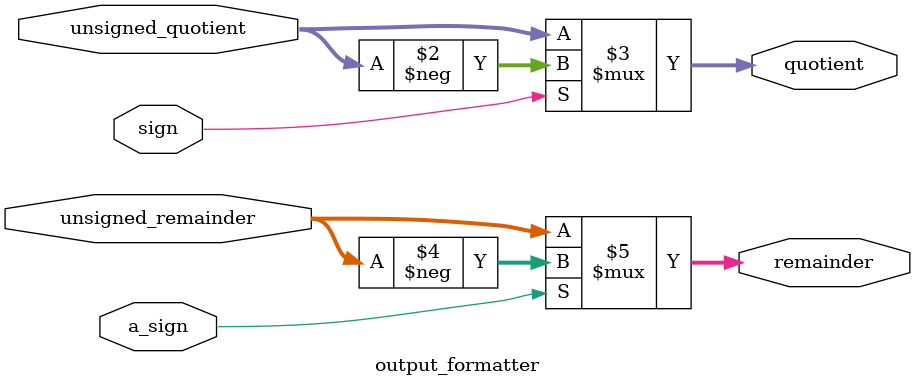
<source format=sv>
module signed_divider_4bit_negative (
    input signed [3:0] a,
    input signed [3:0] b,
    output signed [3:0] quotient,
    output signed [3:0] remainder
);

    // Internal signals
    wire signed [3:0] abs_dividend;
    wire signed [3:0] abs_divisor;
    wire sign;
    wire signed [3:0] unsigned_quotient;
    wire signed [3:0] unsigned_remainder;

    // Instantiate sign handler
    sign_handler sign_handler_inst (
        .a(a),
        .b(b),
        .abs_dividend(abs_dividend),
        .abs_divisor(abs_divisor),
        .sign(sign)
    );

    // Instantiate unsigned divider
    unsigned_divider_4bit unsigned_divider_inst (
        .dividend(abs_dividend),
        .divisor(abs_divisor),
        .quotient(unsigned_quotient),
        .remainder(unsigned_remainder)
    );

    // Instantiate output formatter
    output_formatter output_formatter_inst (
        .unsigned_quotient(unsigned_quotient),
        .unsigned_remainder(unsigned_remainder),
        .sign(sign),
        .a_sign(a[3]),
        .quotient(quotient),
        .remainder(remainder)
    );

endmodule

// Sign handler module
module sign_handler (
    input signed [3:0] a,
    input signed [3:0] b,
    output signed [3:0] abs_dividend,
    output signed [3:0] abs_divisor,
    output sign
);

    assign abs_dividend = (a[3]) ? -a : a;
    assign abs_divisor = (b[3]) ? -b : b;
    assign sign = a[3] ^ b[3];

endmodule

// Unsigned divider module
module unsigned_divider_4bit (
    input signed [3:0] dividend,
    input signed [3:0] divisor,
    output signed [3:0] quotient,
    output signed [3:0] remainder
);

    reg signed [3:0] q;
    reg signed [3:0] r;
    reg [2:0] count;

    always @(*) begin
        q = 0;
        r = 0;
        
        for(count = 0; count < 4; count = count + 1) begin
            r = {r[2:0], dividend[3-count]};
            if(r[3] == 0) begin
                r = r - divisor;
                q[3-count] = 1;
            end else begin
                r = r + divisor;
                q[3-count] = 0;
            end
        end
        
        if(r[3]) r = r + divisor;
    end

    assign quotient = q;
    assign remainder = r;

endmodule

// Output formatter module
module output_formatter (
    input signed [3:0] unsigned_quotient,
    input signed [3:0] unsigned_remainder,
    input sign,
    input a_sign,
    output signed [3:0] quotient,
    output signed [3:0] remainder
);

    assign quotient = sign ? -unsigned_quotient : unsigned_quotient;
    assign remainder = a_sign ? -unsigned_remainder : unsigned_remainder;

endmodule
</source>
